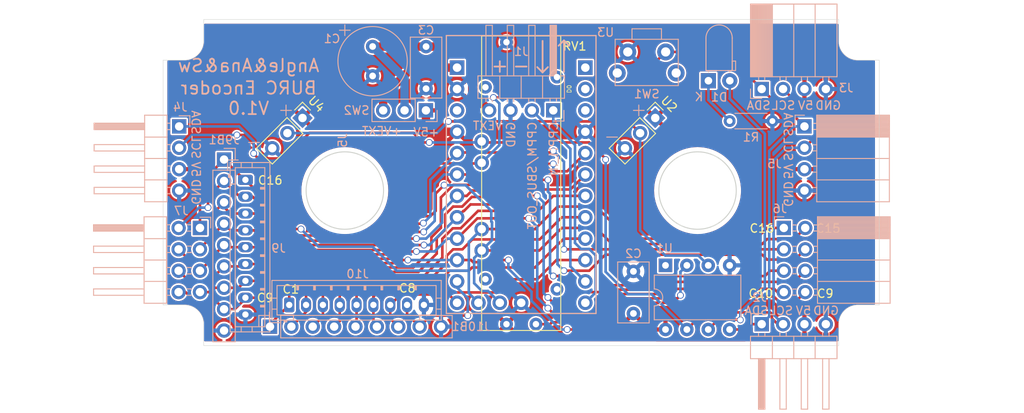
<source format=kicad_pcb>
(kicad_pcb (version 20221018) (generator pcbnew)
  (title_block (title "Angle&Ana&Sw") (date "2023-08-31") (rev "1.0"))
  (layers (0 "F.Cu" signal) (31 "B.Cu" signal) (34 "B.Paste" user) (35 "F.Paste" user) (36 "B.SilkS" user "B.Silkscreen") (37 "F.SilkS" user "F.Silkscreen") (38 "B.Mask" user) (39 "F.Mask" user) (44 "Edge.Cuts" user))
  (net 0 "")
  (net 1 "Net-(D1-K)")
  (net 2 "Net-(D1-A)")
  (net 4 "Net-(U1-XTAL2{slash}PB4)")
  (net 5 "GND")
  (net 6 "+5V")
  (net 7 "/SDA")
  (net 8 "/C1")
  (net 9 "/C2")
  (net 10 "/C3")
  (net 11 "/C4")
  (net 12 "/C5")
  (net 13 "/C6")
  (net 14 "/C7")
  (net 15 "/C8")
  (net 16 "/C9")
  (net 17 "/C10")
  (net 18 "/SCL")
  (net 19 "+VDC")
  (net 22 "/CPPM_OUT")
  (net 23 "/CPPM_IN")
  (net 26 "Net-(J1-Pin_4)")
  (net 27 "/C16")
  (net 28 "/C15")
  (net 29 "/C14")
  (net 30 "/C13")
  (net 31 "/C12")
  (net 32 "/C11")
  (net 33 "/OUT__SENSOR")
  (footprint "Sensor_Empreintes:p3015_v1_cw360" (layer "F.Cu") (at 201.295 116.205 -45)
    (fp_text reference "U2")
    (fp_text value "p3015_v1_cw360")
    (fp_circle (center 0 0) (end 4.572 -0.508) (stroke (width 0.12)) (fill none) (layer "Edge.Cuts"))
  )
  (footprint "Sensor_Empreintes:p3015_v1_cw360" (layer "F.Cu") (at 159.3865 116.205 -45)
    (fp_text reference "U4")
    (fp_text value "p3015_v1_cw360")
    (fp_circle (center 0 0) (end 4.572 -0.508) (stroke (width 0.12)) (fill none) (layer "Edge.Cuts"))
  )
  (footprint "Sensor_Empreintes:PTA2043-2015CPB103" (layer "F.Cu") (at 180.34 115.33 90)
    (fp_text reference "RV1")
    (fp_text value "10K")
  )
  (footprint "Connector_PinHeader_2.54mm:PinHeader_2x04_P2.54mm_Horizontal" (layer "B.Cu") (at 142.175 120.65 180)
    (fp_text reference "J7")
    (fp_text value "Conn_FromButtonsLeft")
  )
  (footprint "Capacitor_THT:C_Rect_L7.0mm_W3.5mm_P5.00mm" (layer "B.Cu") (at 193.675 130.81 90)
    (fp_text reference "C2")
    (fp_text value "100nF")
  )
  (footprint "Capacitor_THT:C_Rect_L7.0mm_W3.5mm_P5.00mm" (layer "B.Cu") (at 169.037 99.1 -90)
    (fp_text reference "C3")
    (fp_text value "100nF")
  )
  (footprint "Package_DIP:DIP-8_W7.62mm" (layer "B.Cu") (at 197.485 125.095 -90)
    (fp_text reference "U1")
    (fp_text value "ATtiny85_16MHZ")
  )
  (footprint "Connector_JST:JST_PH_B9B-PH-K_1x09_P2.00mm_Vertical" (layer "B.Cu") (at 152.781 129.794)
    (fp_text reference "J10")
    (fp_text value "Conn_ButtonsRight")
  )
  (footprint "Connector_PinHeader_2.54mm:PinHeader_1x03_P2.54mm_Vertical" (layer "B.Cu") (at 169.022 106.68 90)
    (fp_text reference "SW2")
    (fp_text value "SW_POWER")
  )
  (footprint "Connector_PinSocket_2.54mm:PinSocket_1x04_P2.54mm_Horizontal" (layer "B.Cu") (at 208.915 104.14 -90)
    (fp_text reference "J3")
    (fp_text value "I2C_INPUT")
  )
  (footprint "Connector_PinHeader_2.54mm:PinHeader_1x09_P2.54mm_Vertical" (layer "B.Cu") (at 150.495 132.3735 -90)
    (fp_text reference "J10B1")
    (fp_text value "Conn_ButtonsRight")
  )
  (footprint "Capacitor_THT:C_Radial_D8.0mm_H7.0mm_P3.50mm" (layer "B.Cu") (at 162.687 99.088 -90)
    (fp_text reference "C1")
    (fp_text value "10uF/16v")
  )
  (footprint "Connector_JST:JST_PH_B9B-PH-K_1x09_P2.00mm_Vertical" (layer "B.Cu") (at 147.574 114.935 -90)
    (fp_text reference "J9")
    (fp_text value "Conn_ButtonsLeft")
  )
  (footprint "Connector_PinSocket_2.54mm:PinSocket_2x04_P2.54mm_Horizontal" (layer "B.Cu") (at 211.545 120.65 180)
    (fp_text reference "J6")
    (fp_text value "Conn_ToButtonsLeft")
  )
  (footprint "LED_THT:LED_D3.0mm_Horizontal_O1.27mm_Z2.0mm" (layer "B.Cu") (at 202.585 103.155)
    (fp_text reference "D1")
    (fp_text value "RED")
  )
  (footprint "Sensor_Empreintes:SW_PUSH_ANGLED" (layer "B.Cu") (at 195.255 99.735 180)
    (fp_text reference "SW1")
    (fp_text value "SW_Push")
  )
  (footprint "Sensor_Empreintes:Arduino_Pro_Mini_Socket_NoSPH_BURC" (layer "B.Cu") (at 180.34 114.3 180)
    (fp_text reference "U3")
    (fp_text value "Arduino_Pro_Mini_Socket_NoSPH_BURC")
  )
  (footprint "Connector_PinHeader_2.54mm:PinHeader_1x04_P2.54mm_Horizontal" (layer "B.Cu") (at 184.15 106.68 90)
    (fp_text reference "J1")
    (fp_text value "Conn_01x04")
  )
  (footprint "Connector_PinSocket_2.54mm:PinSocket_1x04_P2.54mm_Horizontal" (layer "B.Cu") (at 213.995 108.585 180)
    (fp_text reference "J5")
    (fp_text value "I2C_INPUT")
  )
  (footprint "Connector_PinHeader_2.54mm:PinHeader_1x09_P2.54mm_Vertical" (layer "B.Cu") (at 145.034 112.522 180)
    (fp_text reference "J9B1")
    (fp_text value "Conn_ButtonsLeft")
  )
  (footprint "Resistor_THT:R_Axial_DIN0204_L3.6mm_D1.6mm_P5.08mm_Horizontal" (layer "B.Cu") (at 205.105 107.95)
    (fp_text reference "R1")
    (fp_text value "680")
  )
  (footprint "Connector_PinHeader_2.54mm:PinHeader_1x04_P2.54mm_Horizontal" (layer "B.Cu") (at 139.7 108.585 180)
    (fp_text reference "J4")
    (fp_text value "I2C_INPUT")
  )
  (footprint "Connector_PinHeader_2.54mm:PinHeader_1x04_P2.54mm_Horizontal" (layer "B.Cu") (at 208.915 132.08 -90)
    (fp_text reference "J2")
    (fp_text value "I2C_INPUT")
  )
  (gr_line (start 179.705 101.473) (end 180.975 101.473) (stroke (width 0.21)) (layer "B.SilkS"))
  (gr_line (start 147.955 110.49) (end 149.225 110.49) (stroke (width 0.12)) (layer "B.SilkS"))
  (gr_line (start 182.88 102.1715) (end 183.515 101.5365) (stroke (width 0.21)) (layer "B.SilkS"))
  (gr_line (start 185.42 98.425) (end 185.42 102.108) (stroke (width 0.21)) (layer "B.SilkS"))
  (gr_line (start 194.31 107.315) (end 194.31 106.045) (stroke (width 0.12)) (layer "B.SilkS"))
  (gr_line (start 159.385 96.52) (end 159.385 97.79) (stroke (width 0.12)) (layer "B.SilkS"))
  (gr_line (start 177.8 100.838) (end 177.8 102.108) (stroke (width 0.21)) (layer "B.SilkS"))
  (gr_line (start 182.88 98.425) (end 182.88 102.108) (stroke (width 0.21)) (layer "B.SilkS"))
  (gr_line (start 182.245 101.5365) (end 182.88 102.1715) (stroke (width 0.21)) (layer "B.SilkS"))
  (gr_line (start 177.165 101.473) (end 178.435 101.473) (stroke (width 0.21)) (layer "B.SilkS"))
  (gr_line (start 152.4 106.045) (end 152.4 107.315) (stroke (width 0.12)) (layer "B.SilkS"))
  (gr_line (start 185.42 98.3615) (end 184.785 98.9965) (stroke (width 0.21)) (layer "B.SilkS"))
  (gr_line (start 193.675 106.68) (end 194.945 106.68) (stroke (width 0.12)) (layer "B.SilkS"))
  (gr_line (start 151.765 106.68) (end 153.035 106.68) (stroke (width 0.12)) (layer "B.SilkS"))
  (gr_line (start 158.75 97.155) (end 160.02 97.155) (stroke (width 0.12)) (layer "B.SilkS"))
  (gr_line (start 185.42 98.3615) (end 186.055 98.9965) (stroke (width 0.21)) (layer "B.SilkS"))
  (gr_line (start 190.5 109.855) (end 191.77 109.855) (stroke (width 0.12)) (layer "B.SilkS"))
  (gr_arc (start 220.345 100.711) (mid 218.728554 100.041446) (end 218.059 98.425) (stroke (width 0.05)) (layer "Edge.Cuts"))
  (gr_line (start 218.059 132.08) (end 218.059 134.62) (stroke (width 0.05)) (layer "Edge.Cuts"))
  (gr_line (start 220.345 129.794) (end 222.885 129.794) (stroke (width 0.05)) (layer "Edge.Cuts"))
  (gr_line (start 218.059 134.62) (end 142.621 134.62) (stroke (width 0.05)) (layer "Edge.Cuts"))
  (gr_line (start 142.624525 132.08) (end 142.624525 134.62) (stroke (width 0.05)) (layer "Edge.Cuts"))
  (gr_line (start 140.335 129.790475) (end 137.795 129.790475) (stroke (width 0.05)) (layer "Edge.Cuts"))
  (gr_arc (start 218.059 132.08) (mid 218.728554 130.463554) (end 220.345 129.794) (stroke (width 0.05)) (layer "Edge.Cuts"))
  (gr_line (start 142.621 95.885) (end 218.059 95.885) (stroke (width 0.05)) (layer "Edge.Cuts"))
  (gr_line (start 222.885 100.711) (end 220.345 100.711) (stroke (width 0.05)) (layer "Edge.Cuts"))
  (gr_line (start 140.335 100.711) (end 137.795 100.711) (stroke (width 0.05)) (layer "Edge.Cuts"))
  (gr_line (start 142.621 98.425) (end 142.621 95.885) (stroke (width 0.05)) (layer "Edge.Cuts"))
  (gr_line (start 222.885 129.794) (end 222.885 100.711) (stroke (width 0.05)) (layer "Edge.Cuts"))
  (gr_arc (start 142.621 98.425) (mid 141.951446 100.041446) (end 140.335 100.711) (stroke (width 0.05)) (layer "Edge.Cuts"))
  (gr_arc (start 140.335 129.790475) (mid 141.953939 130.461061) (end 142.624525 132.08) (stroke (width 0.05)) (layer "Edge.Cuts"))
  (gr_line (start 137.795 129.794) (end 137.795 100.711) (stroke (width 0.05)) (layer "Edge.Cuts"))
  (gr_line (start 218.059 98.425) (end 218.059 95.885) (stroke (width 0.05)) (layer "Edge.Cuts"))
  (gr_text "+5V" (at 170.688 109.855) (layer "B.SilkS") (effects (font (size 1 1)) (justify left bottom mirror)))
  (gr_text "SCL" (at 212.725 131.064) (layer "B.SilkS") (effects (font (size 1 1)) (justify left bottom mirror)))
  (gr_text "5V" (at 215.138 106.68) (layer "B.SilkS") (effects (font (size 1 1)) (justify left bottom mirror)))
  (gr_text "5V" (at 214.884 131.064) (layer "B.SilkS") (effects (font (size 1 1)) (justify left bottom mirror)))
  (gr_text "SCL" (at 211.455 112.776 -90) (layer "B.SilkS") (effects (font (size 1 1)) (justify left bottom mirror)))
  (gr_text "5V" (at 211.455 114.935 -90) (layer "B.SilkS") (effects (font (size 1 1)) (justify left bottom mirror)))
  (gr_text "CPPM_IN" (at 184.785 107.95 90) (layer "B.SilkS") (effects (font (size 1 1)) (justify left bottom mirror)))
  (gr_text "K" (at 202.057 105.664) (layer "B.SilkS") (effects (font (size 1 1)) (justify left bottom mirror)))
  (gr_text "SCL" (at 212.979 106.68) (layer "B.SilkS") (effects (font (size 1 1)) (justify left bottom mirror)))
  (gr_text "GND" (at 211.455 118.237 -90) (layer "B.SilkS") (effects (font (size 1 1)) (justify left bottom mirror)))
  (gr_text "GND" (at 141.097 117.983 -90) (layer "B.SilkS") (effects (font (size 1 1)) (justify left bottom mirror)))
  (gr_text "CPPM/SBUS_OUT" (at 182.245 107.95 90) (layer "B.SilkS") (effects (font (size 1 1)) (justify left bottom mirror)))
  (gr_text "SDA" (at 210.058 106.68) (layer "B.SilkS") (effects (font (size 1 1)) (justify left bottom mirror)))
  (gr_text "GND" (at 179.705 107.95 90) (layer "B.SilkS") (effects (font (size 1 1)) (justify left bottom mirror)))
  (gr_text "+VEXT" (at 166.243 109.728) (layer "B.SilkS") (effects (font (size 1 1)) (justify left bottom mirror)))
  (gr_text "5V" (at 141.097 114.681 -90) (layer "B.SilkS") (effects (font (size 1 1)) (justify left bottom mirror)))
  (gr_text "SDA" (at 209.804 131.064) (layer "B.SilkS") (effects (font (size 1 1)) (justify left bottom mirror)))
  (gr_text "GND" (at 218.44 106.68) (layer "B.SilkS") (effects (font (size 1 1)) (justify left bottom mirror)))
  (gr_text "VEXT" (at 178.181 109.093) (layer "B.SilkS") (effects (font (size 1 1)) (justify left bottom mirror)))
  (gr_text "SDA" (at 211.455 109.855 -90) (layer "B.SilkS") (effects (font (size 1 1)) (justify left bottom mirror)))
  (gr_text "BURC Encoder\nV1.0" (at 147.955 107.315) (layer "B.SilkS") (effects (font (size 1.5 1.5) (thickness 0.21) bold) (justify bottom mirror)))
  (gr_text "SCL" (at 141.097 112.522 -90) (layer "B.SilkS") (effects (font (size 1 1)) (justify left bottom mirror)))
  (gr_text "SDA" (at 141.097 109.601 -90) (layer "B.SilkS") (effects (font (size 1 1)) (justify left bottom mirror)))
  (gr_text "GND" (at 218.186 131.064) (layer "B.SilkS") (effects (font (size 1 1)) (justify left bottom mirror)))
  (gr_text "Angle&Ana&Sw" (at 147.955 102.235) (layer "B.SilkS") (effects (font (size 1.5 1.5) (thickness 0.21)) (justify bottom mirror)))
  (gr_text "C9" (at 215.392 129.032) (layer "F.SilkS") (effects (font (size 1 1)) (justify left bottom)))
  (gr_text "C9" (at 148.844 129.54) (layer "F.SilkS") (effects (font (size 1 1)) (justify left bottom)))
  (gr_text "C15" (at 215.265 121.285) (layer "F.SilkS") (effects (font (size 1 1)) (justify left bottom)))
  (gr_text "C1" (at 151.892 128.524) (layer "F.SilkS") (effects (font (size 1 1)) (justify left bottom)))
  (gr_text "C10" (at 207.264 129.032) (layer "F.SilkS") (effects (font (size 1 1)) (justify left bottom)))
  (gr_text "C8" (at 165.735 128.397) (layer "F.SilkS") (effects (font (size 1 1)) (justify left bottom)))
  (gr_text "C16" (at 207.391 121.285) (layer "F.SilkS") (effects (font (size 1 1)) (justify left bottom)))
  (gr_text "C16" (at 148.971 115.57) (layer "F.SilkS") (effects (font (size 1 1)) (justify left bottom)))
  (segment (start 202.585 103.155) (end 202.585 105.43) (width 0.31) (layer "B.Cu") (net 1))
  (segment (start 202.585 105.43) (end 205.105 107.95) (width 0.31) (layer "B.Cu") (net 1))
  (segment (start 203.73 131.55) (end 202.565 132.715) (width 0.31) (layer "F.Cu") (net 2))
  (segment (start 206.353 131.55) (end 203.73 131.55) (width 0.31) (layer "F.Cu") (net 2))
  (segment (start 206.375 131.572) (end 206.353 131.55) (width 0.31) (layer "F.Cu") (net 2))
  (via (at 206.375 131.572) (size 0.8) (drill 0.6) (layers "F.Cu" "B.Cu") (net 2))
  (segment (start 206.375 130.683) (end 209.29 127.768) (width 0.31) (layer "B.Cu") (net 2))
  (segment (start 205.105 105.283) (end 205.125 105.263) (width 0.31) (layer "B.Cu") (net 2))
  (segment (start 205.125 105.263) (end 205.125 103.155) (width 0.31) (layer "B.Cu") (net 2))
  (segment (start 209.29 109.468) (end 205.105 105.283) (width 0.31) (layer "B.Cu") (net 2))
  (segment (start 209.29 127.768) (end 209.29 109.468) (width 0.31) (layer "B.Cu") (net 2))
  (segment (start 206.375 131.572) (end 206.375 130.683) (width 0.31) (layer "B.Cu") (net 2))
  (segment (start 193.0814 107.9914) (end 194.470005 109.380005) (width 0.31) (layer "F.Cu") (net 4))
  (segment (start 171.704 107.9914) (end 193.0814 107.9914) (width 0.31) (layer "F.Cu") (net 4))
  (segment (start 152.6555 109.474) (end 152.561505 109.380005) (width 0.31) (layer "F.Cu") (net 4))
  (via (at 171.704 107.9914) (size 0.8) (drill 0.6) (layers "F.Cu" "B.Cu") (net 4))
  (segment (start 194.470005 120.937005) (end 194.470005 109.380005) (width 0.31) (layer "B.Cu") (net 4))
  (segment (start 197.463 123.93) (end 194.470005 120.937005) (width 0.31) (layer "B.Cu") (net 4))
  (segment (start 170.315395 109.380005) (end 171.704 107.9914) (width 0.31) (layer "B.Cu") (net 4))
  (segment (start 201.4 123.93) (end 197.463 123.93) (width 0.31) (layer "B.Cu") (net 4))
  (segment (start 202.565 125.095) (end 201.4 123.93) (width 0.31) (layer "B.Cu") (net 4))
  (segment (start 152.561505 109.380005) (end 170.315395 109.380005) (width 0.31) (layer "B.Cu") (net 4))
  (segment (start 196.469 133.985) (end 206.883 133.985) (width 0.31) (layer "F.Cu") (net 6))
  (segment (start 170.053 109.22) (end 172.72 109.22) (width 1) (layer "F.Cu") (net 6))
  (segment (start 169.022 106.68) (end 169.022 108.189) (width 1) (layer "F.Cu") (net 6))
  (segment (start 169.022 108.189) (end 170.053 109.22) (width 1) (layer "F.Cu") (net 6))
  (segment (start 201.8265 100.9015) (end 205.6765 100.9015) (width 0.31) (layer "F.Cu") (net 7))
  (segment (start 152.515 112.915) (end 155.448 109.982) (width 0.31) (layer "F.Cu") (net 7))
  (segment (start 211.074 106.299) (end 211.709 106.299) (width 0.31) (layer "F.Cu") (net 7))
  (segment (start 170.0116 112.9886) (end 175.5679 112.9886) (width 0.31) (layer "F.Cu") (net 7))
  (segment (start 211.709 106.299) (end 213.995 108.585) (width 0.31) (layer "F.Cu") (net 7))
  (segment (start 167.005 109.982) (end 170.0116 112.9886) (width 0.31) (layer "F.Cu") (net 7))
  (segment (start 200.66 99.735) (end 201.8265 100.9015) (width 0.31) (layer "F.Cu") (net 7))
  (segment (start 191.83 105.41) (end 197.505 99.735) (width 0.31) (layer "F.Cu") (net 7))
  (segment (start 155.448 109.982) (end 167.005 109.982) (width 0.31) (layer "F.Cu") (net 7))
  (segment (start 186.182 105.156) (end 186.436 105.41) (width 0.31) (layer "F.Cu") (net 7))
  (segment (start 208.915 104.14) (end 211.074 106.299) (width 0.31) (layer "F.Cu") (net 7))
  (segment (start 175.5679 112.9886) (end 175.6459 112.9106) (width 0.31) (layer "F.Cu") (net 7))
  (segment (start 149.618 112.915) (end 152.515 112.915) (width 0.31) (layer "F.Cu") (net 7))
  (segment (start 206.375 132.715) (end 205.105 132.715) (width 0.31) (layer "F.Cu") (net 7))
  (segment (start 148.557416 111.854416) (end 149.618 112.915) (width 0.31) (layer "F.Cu") (net 7))
  (segment (start 206.375 132.715) (end 207.01 132.08) (width 0.31) (layer "F.Cu") (net 7))
  (segment (start 207.01 132.08) (end 208.915 132.08) (width 0.31) (layer "F.Cu") (net 7))
  (segment (start 177.038 105.156) (end 186.182 105.156) (width 0.31) (layer "F.Cu") (net 7))
  (segment (start 205.6765 100.9015) (end 208.915 104.14) (width 0.31) (layer "F.Cu") (net 7))
  (segment (start 148.557416 111.792584) (end 148.557416 111.854416) (width 0.31) (layer "F.Cu") (net 7))
  (segment (start 186.436 105.41) (end 191.83 105.41) (width 0.31) (layer "F.Cu") (net 7))
  (segment (start 197.505 99.735) (end 200.66 99.735) (width 0.31) (layer "F.Cu") (net 7))
  (via (at 148.557416 111.792584) (size 0.8) (drill 0.6) (layers "F.Cu" "B.Cu") (net 7))
  (via (at 177.038 105.156) (size 0.8) (drill 0.6) (layers "F.Cu" "B.Cu") (net 7))
  (segment (start 177.745 110.8115) (end 175.6459 112.9106) (width 0.31) (layer "B.Cu") (net 7))
  (segment (start 148.557416 110.330416) (end 146.812 108.585) (width 0.31) (layer "B.Cu") (net 7))
  (segment (start 146.812 108.585) (end 143.002 108.585) (width 0.31) (layer "B.Cu") (net 7))
  (segment (start 143.002 108.585) (end 143.067874 108.585) (width 0.31) (layer "B.Cu") (net 7))
  (segment (start 209.81 111.5) (end 209.81 131.185) (width 0.31) (layer "B.Cu") (net 7))
  (segment (start 177.745 105.863) (end 177.745 110.8115) (width 0.31) (layer "B.Cu") (net 7))
  (segment (start 212.725 108.585) (end 209.81 111.5) (width 0.31) (layer "B.Cu") (net 7))
  (segment (start 209.81 131.185) (end 208.915 132.08) (width 0.31) (layer "B.Cu") (net 7))
  (segment (start 177.038 105.156) (end 177.745 105.863) (width 0.31) (layer "B.Cu") (net 7))
  (segment (start 143.002 108.585) (end 139.7 108.585) (width 0.31) (layer "B.Cu") (net 7))
  (segment (start 213.995 108.585) (end 212.725 108.585) (width 0.31) (layer "B.Cu") (net 7))
  (segment (start 148.557416 111.792584) (end 148.557416 110.330416) (width 0.31) (layer "B.Cu") (net 7))
  (segment (start 169.672 123.19) (end 167.513 125.349) (width 0.31) (layer "F.Cu") (net 8))
  (segment (start 185.801 113.919) (end 178.181 113.919) (width 0.31) (layer "F.Cu") (net 8))
  (segment (start 150.495 132.08) (end 150.495 132.3735) (width 0.31) (layer "F.Cu") (net 8))
  (segment (start 176.5714 115.5286) (end 172.293897 115.5286) (width 0.31) (layer "F.Cu") (net 8))
  (segment (start 178.181 113.919) (end 176.5714 115.5286) (width 0.31) (layer "F.Cu") (net 8))
  (segment (start 187.96 111.76) (end 185.801 113.919) (width 0.31) (layer "F.Cu") (net 8))
  (segment (start 152.781 129.794) (end 150.495 132.08) (width 0.31) (layer "F.Cu") (net 8))
  (segment (start 152.781 128.27) (end 152.781 129.794) (width 0.31) (layer "F.Cu") (net 8))
  (segment (start 170.800208 117.022289) (end 170.800208 120.631505) (width 0.31) (layer "F.Cu") (net 8))
  (segment (start 172.293897 115.5286) (end 170.800208 117.022289) (width 0.31) (layer "F.Cu") (net 8))
  (segment (start 167.513 125.349) (end 155.702 125.349) (width 0.31) (layer "F.Cu") (net 8))
  (segment (start 155.702 125.349) (end 152.781 128.27) (width 0.31) (layer "F.Cu") (net 8))
  (segment (start 170.800208 120.631505) (end 169.672 121.759713) (width 0.31) (layer "F.Cu") (net 8))
  (segment (start 169.672 121.759713) (end 169.672 123.19) (width 0.31) (layer "F.Cu") (net 8))
  (segment (start 177.927 116.967) (end 174.471392 116.967) (width 0.31) (layer "F.Cu") (net 9))
  (segment (start 186.185 116.075) (end 178.819 116.075) (width 0.31) (layer "F.Cu") (net 9))
  (segment (start 170.307 121.860105) (end 170.307 123.698) (width 0.31) (layer "F.Cu") (net 9))
  (segment (start 168.136 125.869) (end 157.214 125.869) (width 0.31) (layer "F.Cu") (net 9))
  (segment (start 171.320208 120.846897) (end 170.307 121.860105) (width 0.31) (layer "F.Cu") (net 9))
  (segment (start 174.471392 116.967) (end 173.328392 118.11) (width 0.31) (layer "F.Cu") (net 9))
  (segment (start 178.819 116.075) (end 177.927 116.967) (width 0.31) (layer "F.Cu") (net 9))
  (segment (start 154.781 129.794) (end 154.781 130.6275) (width 0.31) (layer "F.Cu") (net 9))
  (segment (start 172.252497 118.11) (end 171.320208 119.042289) (width 0.31) (layer "F.Cu") (net 9))
  (segment (start 187.96 114.3) (end 186.185 116.075) (width 0.31) (layer "F.Cu") (net 9))
  (segment (start 157.214 125.869) (end 154.781 128.302) (width 0.31) (layer "F.Cu") (net 9))
  (segment (start 154.781 130.6275) (end 153.035 132.3735) (width 0.31) (layer "F.Cu") (net 9))
  (segment (start 173.328392 118.11) (end 172.252497 118.11) (width 0.31) (layer "F.Cu") (net 9))
  (segment (start 171.320208 119.042289) (end 171.320208 120.846897) (width 0.31) (layer "F.Cu") (net 9))
  (segment (start 170.307 123.698) (end 168.136 125.869) (width 0.31) (layer "F.Cu") (net 9))
  (segment (start 154.781 128.302) (end 154.781 129.794) (width 0.31) (layer "F.Cu") (net 9))
  (segment (start 156.781 129.794) (end 156.781 131.1675) (width 0.31) (layer "F.Cu") (net 10))
  (segment (start 170.9714 121.931097) (end 170.9714 124.1766) (width 0.31) (layer "F.Cu") (net 10))
  (segment (start 175.219503 118.618) (end 173.146103 120.6914) (width 0.31) (layer "F.Cu") (net 10))
  (segment (start 172.211097 120.6914) (end 170.9714 121.931097) (width 0.31) (layer "F.Cu") (net 10))
  (segment (start 187.96 116.84) (end 184.15 116.84) (width 0.31) (layer "F.Cu") (net 10))
  (segment (start 156.781 128.588) (end 156.781 129.794) (width 0.31) (layer "F.Cu") (net 10))
  (segment (start 184.15 116.84) (end 182.372 118.618) (width 0.31) (layer "F.Cu") (net 10))
  (segment (start 158.98 126.389) (end 156.781 128.588) (width 0.31) (layer "F.Cu") (net 10))
  (segment (start 182.372 118.618) (end 175.219503 118.618) (width 0.31) (layer "F.Cu") (net 10))
  (segment (start 170.9714 124.1766) (end 168.759 126.389) (width 0.31) (layer "F.Cu") (net 10))
  (segment (start 173.146103 120.6914) (end 172.211097 120.6914) (width 0.31) (layer "F.Cu") (net 10))
  (segment (start 168.759 126.389) (end 158.98 126.389) (width 0.31) (layer "F.Cu") (net 10))
  (segment (start 156.781 131.1675) (end 155.575 132.3735) (width 0.31) (layer "F.Cu") (net 10))
  (segment (start 169.297 126.994) (end 160.153 126.994) (width 0.31) (layer "F.Cu") (net 11))
  (segment (start 172.252497 123.19) (end 171.4914 123.951097) (width 0.31) (layer "F.Cu") (net 11))
  (segment (start 173.355 123.19) (end 172.252497 123.19) (width 0.31) (layer "F.Cu") (net 11))
  (segment (start 158.781 129.794) (end 158.781 131.7075) (width 0.31) (layer "F.Cu") (net 11))
  (segment (start 187.96 119.38) (end 185.166 119.38) (width 0.31) (layer "F.Cu") (net 11))
  (segment (start 185.166 119.38) (end 182.5334 122.0126) (width 0.31) (layer "F.Cu") (net 11))
  (segment (start 158.781 131.7075) (end 158.115 132.3735) (width 0.31) (layer "F.Cu") (net 11))
  (segment (start 171.4914 123.951097) (end 171.4914 124.7996) (width 0.31) (layer "F.Cu") (net 11))
  (segment (start 171.4914 124.7996) (end 169.297 126.994) (width 0.31) (layer "F.Cu") (net 11))
  (segment (start 174.5324 122.0126) (end 173.355 123.19) (width 0.31) (layer "F.Cu") (net 11))
  (segment (start 158.781 128.366) (end 158.781 129.794) (width 0.31) (layer "F.Cu") (net 11))
  (segment (start 160.153 126.994) (end 158.781 128.366) (width 0.31) (layer "F.Cu") (net 11))
  (segment (start 182.5334 122.0126) (end 174.5324 122.0126) (width 0.31) (layer "F.Cu") (net 11))
  (segment (start 160.781 129.794) (end 160.781 132.2475) (width 0.31) (layer "F.Cu") (net 12))
  (segment (start 170.047 127.514) (end 164.325609 127.514) (width 0.31) (layer "F.Cu") (net 12))
  (segment (start 164.325609 127.514) (end 164.319609 127.52) (width 0.31) (layer "F.Cu") (net 12))
  (segment (start 174.117 125.73) (end 171.831 125.73) (width 0.31) (layer "F.Cu") (net 12))
  (segment (start 181.9741 125.349) (end 174.498 125.349) (width 0.31) (layer "F.Cu") (net 12))
  (segment (start 185.4031 121.92) (end 181.9741 125.349) (width 0.31) (layer "F.Cu") (net 12))
  (segment (start 187.96 121.92) (end 185.4031 121.92) (width 0.31) (layer "F.Cu") (net 12))
  (segment (start 160.781 128.398) (end 160.781 129.794) (width 0.31) (layer "F.Cu") (net 12))
  (segment (start 160.781 132.2475) (end 160.655 132.3735) (width 0.31) (layer "F.Cu") (net 12))
  (segment (start 171.831 125.73) (end 170.047 127.514) (width 0.31) (layer "F.Cu") (net 12))
  (segment (start 164.319609 127.52) (end 161.659 127.52) (width 0.31) (layer "F.Cu") (net 12))
  (segment (start 174.498 125.349) (end 174.117 125.73) (width 0.31) (layer "F.Cu") (net 12))
  (segment (start 161.659 127.52) (end 160.781 128.398) (width 0.31) (layer "F.Cu") (net 12))
  (segment (start 163.552 128.04) (end 162.781 128.811) (width 0.31) (layer "F.Cu") (net 13))
  (segment (start 171.976 128.034) (end 164.541001 128.034) (width 0.31) (layer "F.Cu") (net 13))
  (segment (start 162.781 129.794) (end 162.781 131.9595) (width 0.31) (layer "F.Cu") (net 13))
  (segment (start 179.07 126.746) (end 177.5046 128.3114) (width 0.31) (layer "F.Cu") (net 13))
  (segment (start 177.5046 128.3114) (end 172.2534 128.3114) (width 0.31) (layer "F.Cu") (net 13))
  (segment (start 187.96 124.46) (end 184.531 124.46) (width 0.31) (layer "F.Cu") (net 13))
  (segment (start 162.781 128.811) (end 162.781 129.794) (width 0.31) (layer "F.Cu") (net 13))
  (segment (start 164.541001 128.034) (end 164.535 128.04) (width 0.31) (layer "F.Cu") (net 13))
  (segment (start 162.781 131.9595) (end 163.195 132.3735) (width 0.31) (layer "F.Cu") (net 13))
  (segment (start 164.535 128.04) (end 163.552 128.04) (width 0.31) (layer "F.Cu") (net 13))
  (segment (start 184.531 124.46) (end 182.245 126.746) (width 0.31) (layer "F.Cu") (net 13))
  (segment (start 172.2534 128.3114) (end 171.976 128.034) (width 0.31) (layer "F.Cu") (net 13))
  (segment (start 182.245 126.746) (end 179.07 126.746) (width 0.31) (layer "F.Cu") (net 13))
  (segment (start 166.021 128.554) (end 164.781 129.794) (width 0.31) (layer "F.Cu") (net 14))
  (segment (start 164.781 129.794) (end 164.781 131.4195) (width 0.31) (layer "F.Cu") (net 14))
  (segment (start 171.734 128.554) (end 166.021 128.554) (width 0.31) (layer "F.Cu") (net 14))
  (segment (start 164.781 131.4195) (end 165.735 132.3735) (width 0.31) (layer "F.Cu") (net 14))
  (segment (start 172.72 129.54) (end 171.734 128.554) (width 0.31) (layer "F.Cu") (net 14))
  (segment (start 169.5845 131.064) (end 173.99 131.064) (width 0.31) (layer "F.Cu") (net 15))
  (segment (start 166.781 129.794) (end 166.781 130.8795) (width 0.31) (layer "F.Cu") (net 15))
  (segment (start 168.275 132.3735) (end 169.5845 131.064) (width 0.31) (layer "F.Cu") (net 15))
  (segment (start 166.781 130.8795) (end 168.275 132.3735) (width 0.31) (layer "F.Cu") (net 15))
  (via (at 173.99 131.064) (size 0.8) (drill 0.6) (layers "F.Cu" "B.Cu") (net 15))
  (segment (start 173.99 131.064) (end 173.99 129.005392) (width 0.31) (layer "B.Cu") (net 15))
  (segment (start 172.72 127.735392) (end 172.72 127) (width 0.31) (layer "B.Cu") (net 15))
  (segment (start 173.99 129.005392) (end 172.72 127.735392) (width 0.31) (layer "B.Cu") (net 15))
  (segment (start 176.784 124.46) (end 176.53 124.714) (width 0.31) (layer "F.Cu") (net 16))
  (segment (start 200.648 128.79) (end 210.34673 128.79) (width 0.31) (layer "F.Cu") (net 16))
  (segment (start 140.462 128.27) (end 140.96 128.768) (width 0.31) (layer "F.Cu") (net 16))
  (segment (start 199.898 129.54) (end 200.648 128.79) (width 0.31) (layer "F.Cu") (net 16))
  (segment (start 210.34673 128.79) (end 211.04173 129.485) (width 0.31) (layer "F.Cu") (net 16))
  (segment (start 145.034 130.302) (end 145.034 129.606284) (width 0.31) (layer "F.Cu") (net 16))
  (segment (start 153.047 124.829) (end 148.941 128.935) (width 0.31) (layer "F.Cu") (net 16))
  (segment (start 146.304 130.302) (end 145.034 130.302) (width 0.31) (layer "F.Cu") (net 16))
  (segment (start 185.801 132.715) (end 189.203392 132.715) (width 0.31) (layer "F.Cu") (net 16))
  (segment (start 192.378392 129.54) (end 199.898 129.54) (width 0.31) (layer "F.Cu") (net 16))
  (segment (start 148.941 128.935) (end 147.574 128.935) (width 0.31) (layer "F.Cu") (net 16))
  (segment (start 166.243 124.46) (end 165.874 124.829) (width 0.31) (layer "F.Cu") (net 16))
  (segment (start 174.625 124.714) (end 174.371 124.46) (width 0.31) (layer "F.Cu") (net 16))
  (segment (start 178.816 124.46) (end 176.784 124.46) (width 0.31) (layer "F.Cu") (net 16))
  (segment (start 140.96 128.77327) (end 141.67173 129.485) (width 0.31) (layer "F.Cu") (net 16))
  (segment (start 176.53 124.714) (end 174.625 124.714) (width 0.31) (layer "F.Cu") (net 16))
  (segment (start 189.203392 132.715) (end 192.378392 129.54) (width 0.31) (layer "F.Cu") (net 16))
  (segment (start 212.87 129.485) (end 214.085 128.27) (width 0.31) (layer "F.Cu") (net 16))
  (segment (start 165.874 124.829) (end 153.047 124.829) (width 0.31) (layer "F.Cu") (net 16))
  (segment (start 140.96 128.768) (end 140.96 128.77327) (width 0.31) (layer "F.Cu") (net 16))
  (segment (start 139.635 128.27) (end 140.462 128.27) (width 0.31) (layer "F.Cu") (net 16))
  (segment (start 141.67173 129.485) (end 144.217 129.485) (width 0.31) (layer "F.Cu") (net 16))
  (segment (start 144.217 129.485) (end 145.034 130.302) (width 0.31) (layer "F.Cu") (net 16))
  (segment (start 174.371 124.46) (end 172.72 124.46) (width 0.31) (layer "F.Cu") (net 16))
  (segment (start 147.574 129.032) (end 146.304 130.302) (width 0.31) (layer "F.Cu") (net 16))
  (segment (start 211.04173 129.485) (end 212.87 129.485) (width 0.31) (layer "F.Cu") (net 16))
  (segment (start 166.878 124.46) (end 166.243 124.46) (width 0.31) (layer "F.Cu") (net 16))
  (segment (start 147.574 128.935) (end 147.574 129.032) (width 0.31) (layer "F.Cu") (net 16))
  (via (at 166.878 124.46) (size 0.8) (drill 0.6) (layers "F.Cu" "B.Cu") (net 16))
  (via (at 185.801 132.715) (size 0.8) (drill 0.6) (layers "F.Cu" "B.Cu") (net 16))
  (via (at 178.816 124.46) (size 0.8) (drill 0.6) (layers "F.Cu" "B.Cu") (net 16))
  (segment (start 172.72 124.46) (end 166.878 124.46) (width 0.31) (layer "B.Cu") (net 16))
  (segment (start 181.5686 129.310474) (end 184.973126 132.715) (width 0.31) (layer "B.Cu") (net 16))
  (segment (start 178.816 125.476) (end 181.5686 128.2286) (width 0.31) (layer "B.Cu") (net 16))
  (segment (start 184.973126 132.715) (end 185.801 132.715) (width 0.31) (layer "B.Cu") (net 16))
  (segment (start 181.5686 128.2286) (end 181.5686 129.310474) (width 0.31) (layer "B.Cu") (net 16))
  (segment (start 178.816 124.46) (end 178.816 125.476) (width 0.31) (layer "B.Cu") (net 16))
  (segment (start 143.256 128.27) (end 143.764 127.762) (width 0.31) (layer "F.Cu") (net 17))
  (segment (start 166.3675 123.4465) (end 165.505 124.309) (width 0.31) (layer "F.Cu") (net 17))
  (segment (start 165.505 124.309) (end 151.535 124.309) (width 0.31) (layer "F.Cu") (net 17))
  (segment (start 198.504 127.886) (end 197.89 128.5) (width 0.31) (layer "F.Cu") (net 17))
  (segment (start 148.909 126.935) (end 147.574 126.935) (width 0.31) (layer "F.Cu") (net 17))
  (segment (start 175.133 119.507) (end 172.72 121.92) (width 0.31) (layer "F.Cu") (net 17))
  (segment (start 167.894 123.4465) (end 166.3675 123.4465) (width 0.31) (layer "F.Cu") (net 17))
  (segment (start 184.67 131.33) (end 183.515 130.175) (width 0.31) (layer "F.Cu") (net 17))
  (segment (start 211.545 128.27) (end 211.164 128.651) (width 0.31) (layer "F.Cu") (net 17))
  (segment (start 142.175 128.27) (end 143.256 128.27) (width 0.31) (layer "F.Cu") (net 17))
  (segment (start 145.034 127.762) (end 146.747 127.762) (width 0.31) (layer "F.Cu") (net 17))
  (segment (start 146.747 127.762) (end 147.574 126.935) (width 0.31) (layer "F.Cu") (net 17))
  (segment (start 143.764 127.762) (end 145.034 127.762) (width 0.31) (layer "F.Cu") (net 17))
  (segment (start 197.89 128.5) (end 191.667 128.5) (width 0.31) (layer "F.Cu") (net 17))
  (segment (start 188.837 131.33) (end 184.67 131.33) (width 0.31) (layer "F.Cu") (net 17))
  (segment (start 181.229 119.507) (end 175.133 119.507) (width 0.31) (layer "F.Cu") (net 17))
  (segment (start 191.667 128.5) (end 188.837 131.33) (width 0.31) (layer "F.Cu") (net 17))
  (segment (start 211.164 128.651) (end 210.399 127.886) (width 0.31) (layer "F.Cu") (net 17))
  (segment (start 210.399 127.886) (end 198.504 127.886) (width 0.31) (layer "F.Cu") (net 17))
  (segment (start 151.535 124.309) (end 148.909 126.935) (width 0.31) (layer "F.Cu") (net 17))
  (via (at 181.229 119.507) (size 0.8) (drill 0.6) (layers "F.Cu" "B.Cu") (net 17))
  (via (at 167.894 123.4465) (size 0.8) (drill 0.6) (layers "F.Cu" "B.Cu") (net 17))
  (via (at 183.515 130.175) (size 0.8) (drill 0.6) (layers "F.Cu" "B.Cu") (net 17))
  (segment (start 167.8965 123.444) (end 170.053 123.444) (width 0.31) (layer "B.Cu") (net 17))
  (segment (start 170.053 123.444) (end 171.577 121.92) (width 0.31) (layer "B.Cu") (net 17))
  (segment (start 171.577 121.92) (end 172.72 121.92) (width 0.31) (layer "B.Cu") (net 17))
  (segment (start 182.245 120.523) (end 182.245 128.905) (width 0.31) (layer "B.Cu") (net 17))
  (segment (start 181.229 119.507) (end 182.245 120.523) (width 0.31) (layer "B.Cu") (net 17))
  (segment (start 182.245 128.905) (end 183.515 130.175) (width 0.31) (layer "B.Cu") (net 17))
  (segment (start 167.894 123.4465) (end 167.8965 123.444) (width 0.31) (layer "B.Cu") (net 17))
  (segment (start 152.146 112.395) (end 150.241 112.395) (width 0.31) (layer "F.Cu") (net 18))
  (segment (start 215.265 107.425) (end 215.265 109.855) (width 0.31) (layer "F.Cu") (net 18))
  (segment (start 214.321 106.481) (end 215.265 107.425) (width 0.31) (layer "F.Cu") (net 18))
  (segment (start 190.373 112.522) (end 190.373 112.435497) (width 0.31) (layer "F.Cu") (net 18))
  (segment (start 175.6459 110.3706) (end 175.5679 110.4486) (width 0.31) (layer "F.Cu") (net 18))
  (segment (start 155.194 109.347) (end 152.146 112.395) (width 0.31) (layer "F.Cu") (net 18))
  (segment (start 167.513 109.347) (end 155.194 109.347) (width 0.31) (layer "F.Cu") (net 18))
  (segment (start 209.931 130.683) (end 210.13 130.882) (width 0.31) (layer "F.Cu") (net 18))
  (segment (start 190.373 112.435497) (end 188.427503 110.49) (width 0.31) (layer "F.Cu") (net 18))
  (segment (start 215.265 109.855) (end 213.995 111.125) (width 0.31) (layer "F.Cu") (net 18))
  (segment (start 209.931 130.683) (end 202.057 130.683) (width 0.31) (layer "F.Cu") (net 18))
  (segment (start 213.796 106.481) (end 214.321 106.481) (width 0.31) (layer "F.Cu") (net 18))
  (segment (start 210.13 130.882) (end 210.13 131.39) (width 0.31) (layer "F.Cu") (net 18))
  (segment (start 169.418 110.49) (end 168.656 110.49) (width 0.31) (layer "F.Cu") (net 18))
  (segment (start 175.7653 110.49) (end 175.6459 110.3706) (width 0.31) (layer "F.Cu") (net 18))
  (segment (start 210.82 132.08) (end 211.455 132.08) (width 0.31) (layer "F.Cu") (net 18))
  (segment (start 211.455 104.14) (end 213.796 106.481) (width 0.31) (layer "F.Cu") (net 18))
  (segment (start 188.427503 110.49) (end 175.7653 110.49) (width 0.31) (layer "F.Cu") (net 18))
  (segment (start 202.057 130.683) (end 200.025 132.715) (width 0.31) (layer "F.Cu") (net 18))
  (segment (start 150.241 112.395) (end 147.447 109.601) (width 0.31) (layer "F.Cu") (net 18))
  (segment (start 168.656 110.49) (end 167.513 109.347) (width 0.31) (layer "F.Cu") (net 18))
  (segment (start 147.447 109.601) (end 146.558 109.601) (width 0.31) (layer "F.Cu") (net 18))
  (segment (start 210.13 131.39) (end 210.82 132.08) (width 0.31) (layer "F.Cu") (net 18))
  (segment (start 175.6459 110.3706) (end 175.5265 110.49) (width 0.31) (layer "F.Cu") (net 18))
  (via (at 169.418 110.49) (size 0.8) (drill 0.6) (layers "F.Cu" "B.Cu") (net 18))
  (via (at 190.373 112.522) (size 0.8) (drill 0.6) (layers "F.Cu" "B.Cu") (net 18))
  (via (at 146.558 109.601) (size 0.8) (drill 0.6) (layers "F.Cu" "B.Cu") (net 18))
  (segment (start 211.836 111.125) (end 210.33 112.631) (width 0.31) (layer "B.Cu") (net 18))
  (segment (start 213.995 111.125) (end 211.836 111.125) (width 0.31) (layer "B.Cu") (net 18))
  (segment (start 146.558 109.601) (end 141.224 109.601) (width 0.31) (layer "B.Cu") (net 18))
  (segment (start 210.33 112.631) (end 210.33 130.955) (width 0.31) (layer "B.Cu") (net 18))
  (segment (start 169.418 110.49) (end 175.5265 110.49) (width 0.31) (layer "B.Cu") (net 18))
  (segment (start 193.04 128.524) (end 195.834 128.524) (width 0.31) (layer "B.Cu") (net 18))
  (segment (start 190.373 125.857) (end 193.04 128.524) (width 0.31) (layer "B.Cu") (net 18))
  (segment (start 141.224 109.601) (end 139.7 111.125) (width 0.31) (layer "B.Cu") (net 18))
  (segment (start 175.5265 110.49) (end 175.6459 110.3706) (width 0.31) (layer "B.Cu") (net 18))
  (segment (start 195.834 128.524) (end 200.025 132.715) (width 0.31) (layer "B.Cu") (net 18))
  (segment (start 190.373 112.522) (end 190.373 125.857) (width 0.31) (layer "B.Cu") (net 18))
  (segment (start 210.33 130.955) (end 211.455 132.08) (width 0.31) (layer "B.Cu") (net 18))
  (segment (start 167.386 101.6) (end 163.942 105.044) (width 1) (layer "F.Cu") (net 19))
  (segment (start 172.72 101.6) (end 167.386 101.6) (width 1) (layer "F.Cu") (net 19))
  (segment (start 163.942 105.044) (end 163.942 106.68) (width 1) (layer "F.Cu") (net 19))
  (segment (start 186.182 122.870126) (end 186.182 111.252) (width 0.31) (layer "B.Cu") (net 22))
  (segment (start 186.185 122.873126) (end 186.182 122.870126) (width 0.31) (layer "B.Cu") (net 22))
  (segment (start 187.96 127) (end 186.182 125.222) (width 0.31) (layer "B.Cu") (net 22))
  (segment (start 186.182 123.509874) (end 186.185 123.506874) (width 0.31) (layer "B.Cu") (net 22))
  (segment (start 186.185 123.506874) (end 186.185 122.873126) (width 0.31) (layer "B.Cu") (net 22))
  (segment (start 186.182 111.252) (end 181.61 106.68) (width 0.31) (layer "B.Cu") (net 22))
  (segment (start 186.182 125.222) (end 186.182 123.509874) (width 0.31) (layer "B.Cu") (net 22))
  (segment (start 189.1886 123.9106) (end 188.4266 123.1486) (width 0.31) (layer "B.Cu") (net 23))
  (segment (start 184.15 108.204) (end 184.15 106.68) (width 0.31) (layer "B.Cu") (net 23))
  (segment (start 186.7314 122.428903) (end 186.7314 110.7854) (width 0.31) (layer "B.Cu") (net 23))
  (segment (start 187.451097 123.1486) (end 186.7314 122.428903) (width 0.31) (layer "B.Cu") (net 23))
  (segment (start 188.4266 123.1486) (end 187.451097 123.1486) (width 0.31) (layer "B.Cu") (net 23))
  (segment (start 189.1886 128.3114) (end 189.1886 123.9106) (width 0.31) (layer "B.Cu") (net 23))
  (segment (start 186.7314 110.7854) (end 184.15 108.204) (width 0.31) (layer "B.Cu") (net 23))
  (segment (start 187.96 129.54) (end 189.1886 128.3114) (width 0.31) (layer "B.Cu") (net 23))
  (segment (start 174.518 100.223) (end 173.395 99.1) (width 1) (layer "F.Cu") (net 26))
  (segment (start 162.699 99.1) (end 162.687 99.088) (width 1) (layer "F.Cu") (net 26))
  (segment (start 173.395 99.1) (end 169.037 99.1) (width 1) (layer "F.Cu") (net 26))
  (segment (start 176.53 106.68) (end 174.518 104.668) (width 1) (layer "F.Cu") (net 26))
  (segment (start 174.518 104.668) (end 174.518 100.223) (width 1) (layer "F.Cu") (net 26))
  (segment (start 169.037 99.1) (end 162.699 99.1) (width 1) (layer "F.Cu") (net 26))
  (segment (start 166.482 102.883) (end 166.482 106.68) (width 1) (layer "B.Cu") (net 26))
  (segment (start 162.687 99.088) (end 166.482 102.883) (width 1) (layer "B.Cu") (net 26))
  (segment (start 142.175 120.65) (end 142.175 115.381) (width 0.31) (layer "F.Cu") (net 27))
  (segment (start 145.034 112.522) (end 147.447 114.935) (width 0.31) (layer "F.Cu") (net 27))
  (segment (start 175.6459 120.784) (end 181.984 120.784) (width 0.31) (layer "F.Cu") (net 27))
  (segment (start 142.175 115.381) (end 145.034 112.522) (width 0.31) (layer "F.Cu") (net 27))
  (segment (start 193.04 121.92) (end 208.28 121.92) (width 0.31) (layer "F.Cu") (net 27))
  (segment (start 181.984 120.784) (end 184.658 118.11) (width 0.31) (layer "F.Cu") (net 27))
  (segment (start 209.55 120.65) (end 211.545 120.65) (width 0.31) (layer "F.Cu") (net 27))
  (segment (start 208.28 121.92) (end 209.55 120.65) (width 0.31) (layer "F.Cu") (net 27))
  (segment (start 184.658 118.11) (end 189.23 118.11) (width 0.31) (layer "F.Cu") (net 27))
  (segment (start 147.447 114.935) (end 147.574 114.935) (width 0.31) (layer "F.Cu") (net 27))
  (segment (start 153.416 120.777) (end 147.574 114.935) (width 0.31) (layer "F.Cu") (net 27))
  (segment (start 189.23 118.11) (end 193.04 121.92) (width 0.31) (layer "F.Cu") (net 27))
  (segment (start 154.178 120.777) (end 153.416 120.777) (width 0.31) (layer "F.Cu") (net 27))
  (via (at 154.178 120.777) (size 0.8) (drill 0.6) (layers "F.Cu" "B.Cu") (net 27))
  (segment (start 174.117 128.397) (end 174.117 125.73) (width 0.31) (layer "B.Cu") (net 27))
  (segment (start 162.687 122.874874) (end 165.542126 125.73) (width 0.31) (layer "B.Cu") (net 27))
  (segment (start 165.542126 125.73) (end 174.117 125.73) (width 0.31) (layer "B.Cu") (net 27))
  (segment (start 175.26 129.54) (end 174.117 128.397) (width 0.31) (layer "B.Cu") (net 27))
  (segment (start 174.117 122.3129) (end 175.6459 120.784) (width 0.31) (layer "B.Cu") (net 27))
  (segment (start 156.275874 122.874874) (end 162.687 122.874874) (width 0.31) (layer "B.Cu") (net 27))
  (segment (start 174.117 125.73) (end 174.117 122.3129) (width 0.31) (layer "B.Cu") (net 27))
  (segment (start 154.178 120.777) (end 156.275874 122.874874) (width 0.31) (layer "B.Cu") (net 27))
  (segment (start 191.135 122.555) (end 208.97 122.555) (width 0.31) (layer "F.Cu") (net 28))
  (segment (start 175.6459 123.3246) (end 182.4914 123.3246) (width 0.31) (layer "F.Cu") (net 28))
  (segment (start 185.166 120.65) (end 189.23 120.65) (width 0.31) (layer "F.Cu") (net 28))
  (segment (start 182.4914 123.3246) (end 185.166 120.65) (width 0.31) (layer "F.Cu") (net 28))
  (segment (start 153.038 121.542) (end 163.827 121.542) (width 0.31) (layer "F.Cu") (net 28))
  (segment (start 145.034 115.062) (end 146.907 116.935) (width 0.31) (layer "F.Cu") (net 28))
  (segment (start 148.431 116.935) (end 153.038 121.542) (width 0.31) (layer "F.Cu") (net 28))
  (segment (start 146.907 116.935) (end 147.574 116.935) (width 0.31) (layer "F.Cu") (net 28))
  (segment (start 143.129 118.237) (end 143.129 116.967) (width 0.31) (layer "F.Cu") (net 28))
  (segment (start 208.97 122.555) (end 209.55 121.975) (width 0.31) (layer "F.Cu") (net 28))
  (segment (start 163.827 121.542) (end 166.116 119.253) (width 0.31) (layer "F.Cu") (net 28))
  (segment (start 170.18 118.618) (end 170.18 116.56133) (width 0.31) (layer "F.Cu") (net 28))
  (segment (start 209.55 121.975) (end 212.76 121.975) (width 0.31) (layer "F.Cu") (net 28))
  (segment (start 212.76 121.975) (end 214.085 120.65) (width 0.31) (layer "F.Cu") (net 28))
  (segment (start 166.116 119.253) (end 169.545 119.253) (width 0.31) (layer "F.Cu") (net 28))
  (segment (start 147.574 116.935) (end 148.431 116.935) (width 0.31) (layer "F.Cu") (net 28))
  (segment (start 143.129 116.967) (end 145.034 115.062) (width 0.31) (layer "F.Cu") (net 28))
  (segment (start 170.18 116.56133) (end 171.183665 115.557665) (width 0.31) (layer "F.Cu") (net 28))
  (segment (start 169.545 119.253) (end 170.18 118.618) (width 0.31) (layer "F.Cu") (net 28))
  (segment (start 189.23 120.65) (end 191.135 122.555) (width 0.31) (layer "F.Cu") (net 28))
  (via (at 143.129 118.237) (size 0.8) (drill 0.6) (layers "F.Cu" "B.Cu") (net 28))
  (via (at 171.183665 115.557665) (size 0.8) (drill 0.6) (layers "F.Cu" "B.Cu") (net 28))
  (segment (start 176.8745 119.9785) (end 176.784 119.888) (width 0.31) (layer "B.Cu") (net 28))
  (segment (start 174.752 127.2166) (end 174.752 124.2185) (width 0.31) (layer "B.Cu") (net 28))
  (segment (start 171.196 115.57) (end 171.183665 115.557665) (width 0.31) (layer "B.Cu") (net 28))
  (segment (start 173.736 115.57) (end 171.196 115.57) (width 0.31) (layer "B.Cu") (net 28))
  (segment (start 139.635 120.65) (end 142.048 118.237) (width 0.31) (layer "B.Cu") (net 28))
  (segment (start 174.752 124.2185) (end 175.6459 123.3246) (width 0.31) (layer "B.Cu") (net 28))
  (segment (start 175.6784 128.143) (end 174.752 127.2166) (width 0.31) (layer "B.Cu") (net 28))
  (segment (start 176.8745 122.096) (end 176.8745 119.9785) (width 0.31) (layer "B.Cu") (net 28))
  (segment (start 176.784 119.888) (end 176.784 118.618) (width 0.31) (layer "B.Cu") (net 28))
  (segment (start 177.8 129.54) (end 176.403 128.143) (width 0.31) (layer "B.Cu") (net 28))
  (segment (start 142.048 118.237) (end 143.129 118.237) (width 0.31) (layer "B.Cu") (net 28))
  (segment (start 175.6459 123.3246) (end 176.8745 122.096) (width 0.31) (layer "B.Cu") (net 28))
  (segment (start 176.403 128.143) (end 175.6784 128.143) (width 0.31) (layer "B.Cu") (net 28))
  (segment (start 176.784 118.618) (end 173.736 115.57) (width 0.31) (layer "B.Cu") (net 28))
  (segment (start 166.116 120.142) (end 168.783 120.142) (width 0.31) (layer "F.Cu") (net 29))
  (segment (start 164.096 122.162) (end 166.116 120.142) (width 0.31) (layer "F.Cu") (net 29))
  (segment (start 183.974 111.682) (end 172.798 111.682) (width 0.31) (layer "F.Cu") (net 29))
  (segment (start 145.034 118.166) (end 145.803 118.935) (width 0.31) (layer "F.Cu") (net 29))
  (segment (start 145.034 117.602) (end 145.034 118.166) (width 0.31) (layer "F.Cu") (net 29))
  (segment (start 142.175 123.19) (end 142.175 123.08) (width 0.31) (layer "F.Cu") (net 29))
  (segment (start 172.798 111.682) (end 172.72 111.76) (width 0.31) (layer "F.Cu") (net 29))
  (segment (start 142.175 123.19) (end 142.721392 123.19) (width 0.31) (layer "F.Cu") (net 29))
  (segment (start 142.175 123.08) (end 143.39 121.865) (width 0.31) (layer "F.Cu") (net 29))
  (segment (start 145.803 118.935) (end 147.574 118.935) (width 0.31) (layer "F.Cu") (net 29))
  (segment (start 143.39 119.246) (end 145.034 117.602) (width 0.31) (layer "F.Cu") (net 29))
  (segment (start 143.39 121.865) (end 143.39 119.246) (width 0.31) (layer "F.Cu") (net 29))
  (segment (start 147.574 118.935) (end 148.665 118.935) (width 0.31) (layer "F.Cu") (net 29))
  (segment (start 168.783 120.142) (end 168.717832 120.076832) (width 0.31) (layer "F.Cu") (net 29))
  (segment (start 211.545 123.19) (end 185.42 123.19) (width 0.31) (layer "F.Cu") (net 29))
  (segment (start 148.665 118.935) (end 151.892 122.162) (width 0.31) (layer "F.Cu") (net 29))
  (segment (start 151.892 122.162) (end 164.096 122.162) (width 0.31) (layer "F.Cu") (net 29))
  (segment (start 184.15 111.506) (end 183.974 111.682) (width 0.31) (layer "F.Cu") (net 29))
  (via (at 184.15 111.506) (size 0.8) (drill 0.6) (layers "F.Cu" "B.Cu") (net 29))
  (via (at 168.717832 120.076832) (size 0.8) (drill 0.6) (layers "F.Cu" "B.Cu") (net 29))
  (via (at 185.42 123.19) (size 0.8) (drill 0.6) (layers "F.Cu" "B.Cu") (net 29))
  (segment (start 169.545 119.253) (end 169.545 114.935) (width 0.31) (layer "B.Cu") (net 29))
  (segment (start 185.42 123.19) (end 185.42 112.776) (width 0.31) (layer "B.Cu") (net 29))
  (segment (start 169.545 114.935) (end 172.72 111.76) (width 0.31) (layer "B.Cu") (net 29))
  (segment (start 168.717832 120.076832) (end 168.721168 120.076832) (width 0.31) (layer "B.Cu") (net 29))
  (segment (start 168.721168 120.076832) (end 169.545 119.253) (width 0.31) (layer "B.Cu") (net 29))
  (segment (start 185.42 112.776) (end 184.15 111.506) (width 0.31) (layer "B.Cu") (net 29))
  (segment (start 143.764 123.31927) (end 143.764 122.226392) (width 0.31) (layer "F.Cu") (net 30))
  (segment (start 144.272 121.718392) (end 144.272 120.904) (width 0.31) (layer "F.Cu") (net 30))
  (segment (start 144.272 120.904) (end 145.034 120.142) (width 0.31) (layer "F.Cu") (net 30))
  (segment (start 176.53 114.3) (end 177.8 113.03) (width 0.31) (layer "F.Cu") (net 30))
  (segment (start 190.332503 123.825) (end 208.97 123.825) (width 0.31) (layer "F.Cu") (net 30))
  (segment (start 139.635 123.19) (end 140.85 124.405) (width 0.31) (layer "F.Cu") (net 30))
  (segment (start 172.72 114.3) (end 176.53 114.3) (width 0.31) (layer "F.Cu") (net 30))
  (segment (start 145.034 120.142) (end 145.827 120.935) (width 0.31) (layer "F.Cu") (net 30))
  (segment (start 212.87 124.405) (end 214.085 123.19) (width 0.31) (layer "F.Cu") (net 30))
  (segment (start 208.97 123.825) (end 209.55 124.405) (width 0.31) (layer "F.Cu") (net 30))
  (segment (start 140.85 124.405) (end 142.67827 124.405) (width 0.31) (layer "F.Cu") (net 30))
  (segment (start 150.368 122.682) (end 164.465 122.682) (width 0.31) (layer "F.Cu") (net 30))
  (segment (start 209.55 124.405) (end 212.87 124.405) (width 0.31) (layer "F.Cu") (net 30))
  (segment (start 166.021584 121.125416) (end 168.750416 121.125416) (width 0.31) (layer "F.Cu") (net 30))
  (segment (start 177.8 113.03) (end 184.15 113.03) (width 0.31) (layer "F.Cu") (net 30))
  (segment (start 147.574 120.935) (end 148.621 120.935) (width 0.31) (layer "F.Cu") (net 30))
  (segment (start 147.55 121.158) (end 147.574 121.134) (width 0.31) (layer "F.Cu") (net 30))
  (segment (start 143.764 122.226392) (end 144.272 121.718392) (width 0.31) (layer "F.Cu") (net 30))
  (segment (start 147.574 121.134) (end 147.574 120.935) (width 0.31) (layer "F.Cu") (net 30))
  (segment (start 188.427503 125.73) (end 190.332503 123.825) (width 0.31) (layer "F.Cu") (net 30))
  (segment (start 164.465 122.682) (end 166.021584 121.125416) (width 0.31) (layer "F.Cu") (net 30))
  (segment (start 148.621 120.935) (end 150.368 122.682) (width 0.31) (layer "F.Cu") (net 30))
  (segment (start 185.42 125.73) (end 188.427503 125.73) (width 0.31) (layer "F.Cu") (net 30))
  (segment (start 145.827 120.935) (end 147.574 120.935) (width 0.31) (layer "F.Cu") (net 30))
  (segment (start 142.67827 124.405) (end 143.764 123.31927) (width 0.31) (layer "F.Cu") (net 30))
  (segment (start 147.574 121.388) (end 147.574 120.935) (width 0.31) (layer "F.Cu") (net 30))
  (via (at 184.15 113.03) (size 0.8) (drill 0.6) (layers "F.Cu" "B.Cu") (net 30))
  (via (at 185.42 125.73) (size 0.8) (drill 0.6) (layers "F.Cu" "B.Cu") (net 30))
  (via (at 168.750416 121.125416) (size 0.8) (drill 0.6) (layers "F.Cu" "B.Cu") (net 30))
  (segment (start 184.655 124.965) (end 184.655 114.424) (width 0.31) (layer "B.Cu") (net 30))
  (segment (start 184.15 113.919) (end 184.15 113.03) (width 0.31) (layer "B.Cu") (net 30))
  (segment (start 184.655 114.424) (end 184.15 113.919) (width 0.31) (layer "B.Cu") (net 30))
  (segment (start 185.42 125.73) (end 184.655 124.965) (width 0.31) (layer "B.Cu") (net 30))
  (segment (start 171.196 114.3) (end 172.72 114.3) (width 0.31) (layer "B.Cu") (net 30))
  (segment (start 170.065 115.431) (end 171.196 114.3) (width 0.31) (layer "B.Cu") (net 30))
  (segment (start 170.065 119.810832) (end 170.065 115.431) (width 0.31) (layer "B.Cu") (net 30))
  (segment (start 168.750416 121.125416) (end 170.065 119.810832) (width 0.31) (layer "B.Cu") (net 30))
  (segment (start 186.69 128.27) (end 184.785 126.365) (width 0.31) (layer "F.Cu") (net 31))
  (segment (start 177.165 116.205) (end 174.498 116.205) (width 0.31) (layer "F.Cu") (net 31))
  (segment (start 148.869608 122.935) (end 149.203608 123.269) (width 0.31) (layer "F.Cu") (net 31))
  (segment (start 144.284 123.432) (end 145.034 122.682) (width 0.31) (layer "F.Cu") (net 31))
  (segment (start 190.929 127.46) (end 190.119 128.27) (width 0.31) (layer "F.Cu") (net 31))
  (segment (start 209.931 125.73) (end 209.296 126.365) (width 0.31) (layer "F.Cu") (net 31))
  (segment (start 164.767 123.269) (end 166.1215 121.9145) (width 0.31) (layer "F.Cu") (net 31))
  (segment (start 167.894 121.92) (end 167.8885 121.9145) (width 0.31) (layer "F.Cu") (net 31))
  (segment (start 197.025 127.46) (end 190.929 127.46) (width 0.31) (layer "F.Cu") (net 31))
  (segment (start 147.574 122.935) (end 148.869608 122.935) (width 0.31) (layer "F.Cu") (net 31))
  (segment (start 173.863 116.84) (end 172.72 116.84) (width 0.31) (layer "F.Cu") (net 31))
  (segment (start 211.545 125.73) (end 209.931 125.73) (width 0.31) (layer "F.Cu") (net 31))
  (segment (start 144.284 123.621) (end 144.284 123.432) (width 0.31) (layer "F.Cu") (net 31))
  (segment (start 198.12 126.365) (end 197.025 127.46) (width 0.31) (layer "F.Cu") (net 31))
  (segment (start 174.498 116.205) (end 173.863 116.84) (width 0.31) (layer "F.Cu") (net 31))
  (segment (start 149.203608 123.269) (end 164.767 123.269) (width 0.31) (layer "F.Cu") (net 31))
  (segment (start 209.296 126.365) (end 198.12 126.365) (width 0.31) (layer "F.Cu") (net 31))
  (segment (start 145.034 122.682) (end 145.287 122.935) (width 0.31) (layer "F.Cu") (net 31))
  (segment (start 166.1215 121.9145) (end 167.8885 121.9145) (width 0.31) (layer "F.Cu") (net 31))
  (segment (start 183.515 114.935) (end 178.435 114.935) (width 0.31) (layer "F.Cu") (net 31))
  (segment (start 145.287 122.935) (end 147.574 122.935) (width 0.31) (layer "F.Cu") (net 31))
  (segment (start 142.175 125.73) (end 144.284 123.621) (width 0.31) (layer "F.Cu") (net 31))
  (segment (start 190.119 128.27) (end 186.69 128.27) (width 0.31) (layer "F.Cu") (net 31))
  (segment (start 184.785 126.365) (end 184.15 126.365) (width 0.31) (layer "F.Cu") (net 31))
  (segment (start 178.435 114.935) (end 177.165 116.205) (width 0.31) (layer "F.Cu") (net 31))
  (via (at 183.515 114.935) (size 0.8) (drill 0.6) (layers "F.Cu" "B.Cu") (net 31))
  (via (at 184.15 126.365) (size 0.8) (drill 0.6) (layers "F.Cu" "B.Cu") (net 31))
  (via (at 167.8885 121.9145) (size 0.8) (drill 0.6) (layers "F.Cu" "B.Cu") (net 31))
  (segment (start 183.769 116.586) (end 183.515 116.332) (width 0.31) (layer "B.Cu") (net 31))
  (segment (start 183.769 116.586) (end 183.769 125.984) (width 0.31) (layer "B.Cu") (net 31))
  (segment (start 170.942 120.015) (end 170.942 118.618) (width 0.31) (layer "B.Cu") (net 31))
  (segment (start 169.0425 121.9145) (end 170.942 120.015) (width 0.31) (layer "B.Cu") (net 31))
  (segment (start 167.8885 121.9145) (end 169.0425 121.9145) (width 0.31) (layer "B.Cu") (net 31))
  (segment (start 183.769 125.984) (end 184.15 126.365) (width 0.31) (layer "B.Cu") (net 31))
  (segment (start 170.942 118.618) (end 172.72 116.84) (width 0.31) (layer "B.Cu") (net 31))
  (segment (start 183.515 116.332) (end 183.515 114.935) (width 0.31) (layer "B.Cu") (net 31))
  (segment (start 147.287 125.222) (end 147.574 124.935) (width 0.31) (layer "F.Cu") (net 32))
  (segment (start 174.317784 117.856) (end 173.543784 118.63) (width 0.31) (layer "F.Cu") (net 32))
  (segment (start 139.635 125.73) (end 140.85 126.945) (width 0.31) (layer "F.Cu") (net 32))
  (segment (start 185.42 130.81) (end 188.493098 130.81) (width 0.31) (layer "F.Cu") (net 32))
  (segment (start 198.446 127.055) (end 212.76 127.055) (width 0.31) (layer "F.Cu") (net 32))
  (segment (start 173.543784 118.63) (end 173.47 118.63) (width 0.31) (layer "F.Cu") (net 32))
  (segment (start 143.311 126.945) (end 145.034 125.222) (width 0.31) (layer "F.Cu") (net 32))
  (segment (start 173.47 118.63) (end 172.72 119.38) (width 0.31) (layer "F.Cu") (net 32))
  (segment (start 183.515 128.905) (end 185.42 130.81) (width 0.31) (layer "F.Cu") (net 32))
  (segment (start 188.493098 130.81) (end 191.323098 127.98) (width 0.31) (layer "F.Cu") (net 32))
  (segment (start 166.875 122.679) (end 166.246 122.679) (width 0.31) (layer "F.Cu") (net 32))
  (segment (start 166.878 122.682) (end 166.875 122.679) (width 0.31) (layer "F.Cu") (net 32))
  (segment (start 168.783 122.6795) (end 168.7805 122.682) (width 0.31) (layer "F.Cu") (net 32))
  (segment (start 149.896 123.789) (end 148.75 124.935) (width 0.31) (layer "F.Cu") (net 32))
  (segment (start 145.034 125.222) (end 147.287 125.222) (width 0.31) (layer "F.Cu") (net 32))
  (segment (start 168.7805 122.682) (end 166.878 122.682) (width 0.31) (layer "F.Cu") (net 32))
  (segment (start 166.246 122.679) (end 165.136 123.789) (width 0.31) (layer "F.Cu") (net 32))
  (segment (start 148.75 124.935) (end 147.574 124.935) (width 0.31) (layer "F.Cu") (net 32))
  (segment (start 165.136 123.789) (end 149.896 123.789) (width 0.31) (layer "F.Cu") (net 32))
  (segment (start 197.521 127.98) (end 198.446 127.055) (width 0.31) (layer "F.Cu") (net 32))
  (segment (start 191.323098 127.98) (end 197.521 127.98) (width 0.31) (layer "F.Cu") (net 32))
  (segment (start 183.515 128.905) (end 183.385 128.775) (width 0.31) (layer "F.Cu") (net 32))
  (segment (start 182.245 116.84) (end 179.324 116.84) (width 0.31) (layer "F.Cu") (net 32))
  (segment (start 179.324 116.84) (end 178.308 117.856) (width 0.31) (layer "F.Cu") (net 32))
  (segment (start 178.308 117.856) (end 174.317784 117.856) (width 0.31) (layer "F.Cu") (net 32))
  (segment (start 212.76 127.055) (end 214.085 125.73) (width 0.31) (layer "F.Cu") (net 32))
  (segment (start 140.85 126.945) (end 143.311 126.945) (width 0.31) (layer "F.Cu") (net 32))
  (via (at 182.245 116.84) (size 0.8) (drill 0.6) (layers "F.Cu" "B.Cu") (net 32))
  (via (at 183.515 128.905) (size 0.8) (drill 0.6) (layers "F.Cu" "B.Cu") (net 32))
  (via (at 168.783 122.6795) (size 0.8) (drill 0.6) (layers "F.Cu" "B.Cu") (net 32))
  (segment (start 183.007 117.602) (end 183.007 128.397) (width 0.31) (layer "B.Cu") (net 32))
  (segment (start 183.007 128.397) (end 183.515 128.905) (width 0.31) (layer "B.Cu") (net 32))
  (segment (start 182.245 116.84) (end 183.007 117.602) (width 0.31) (layer "B.Cu") (net 32))
  (segment (start 169.4205 122.6795) (end 172.72 119.38) (width 0.31) (layer "B.Cu") (net 32))
  (segment (start 168.783 122.6795) (end 169.4205 122.6795) (width 0.31) (layer "B.Cu") (net 32))
  (segment (start 183.769 132.08) (end 182.09 132.08) (width 0.31) (layer "F.Cu") (net 33))
  (segment (start 199.263 128.651) (end 198.894 129.02) (width 0.31) (layer "F.Cu") (net 33))
  (segment (start 192.163001 129.02) (end 189.333 131.85) (width 0.31) (layer "F.Cu") (net 33))
  (segment (start 189.333 131.85) (end 183.999 131.85) (width 0.31) (layer "F.Cu") (net 33))
  (segment (start 198.894 129.02) (end 192.163001 129.02) (width 0.31) (layer "F.Cu") (net 33))
  (segment (start 183.999 131.85) (end 183.769 132.08) (width 0.31) (layer "F.Cu") (net 33))
  (via (at 199.263 128.651) (size 0.8) (drill 0.6) (layers "F.Cu" "B.Cu") (net 33))
  (segment (start 199.263 128.651) (end 199.263 125.857) (width 0.31) (layer "B.Cu") (net 33))
  (segment (start 199.263 125.857) (end 200.025 125.095) (width 0.31) (layer "B.Cu") (net 33))
  (zone (net 6) (net_name "+5V") (layer "F.Cu") (priority 1) (connect_pads (clearance 0.21)) (min_thickness 0.25) (fill yes (thermal_gap 0.5) (thermal_bridge_width 0.5))
    (polygon (pts (xy 138.303 134.112) (xy 222.377 134.112) (xy 222.377 96.393) (xy 138.303 96.393)))
  )
  (zone (net 5) (net_name "GND") (layer "B.Cu") (connect_pads (clearance 0.21)) (min_thickness 0.25) (fill yes (thermal_gap 0.5) (thermal_bridge_width 0.5))
    (polygon (pts (xy 138.303 134.112) (xy 222.377 134.112) (xy 222.377 96.393) (xy 138.303 96.393)))
  )
)
</source>
